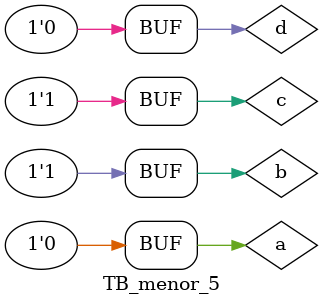
<source format=v>
module menor_5(a,b,c,d,S);
  input a,b,c,d;
  output S;

  wire not_a, not_b, not_c, w1, w2, w3, w4, w5;

  not not0(not_a, a);
  not not1(not_b, b);
  not not2(not_c, c);

  and and0(w1, not_a, not_b);
  and and1(w2, not_a, not_c);

  or or0(S, w1, w2);

endmodule

module TB_menor_5();
  reg a, b, c, d;
  wire s;

  menor_5 menor_5(a, b, c, d, s);

  initial begin
    a = 0; b = 0; c = 0; d = 0; #10; // S = 1
    a = 0; b = 0; c = 0; d = 1; #10; // S = 1
    a = 0; b = 0; c = 1; d = 0; #10; // S = 1
    a = 0; b = 0; c = 1; d = 1; #10; // S = 1
    a = 0; b = 1; c = 0; d = 0; #10; // S = 1
    a = 0; b = 1; c = 0; d = 1; #10; // S = 1
    a = 0; b = 1; c = 1; d = 0; #10; // S = 0
  end
endmodule
  
</source>
